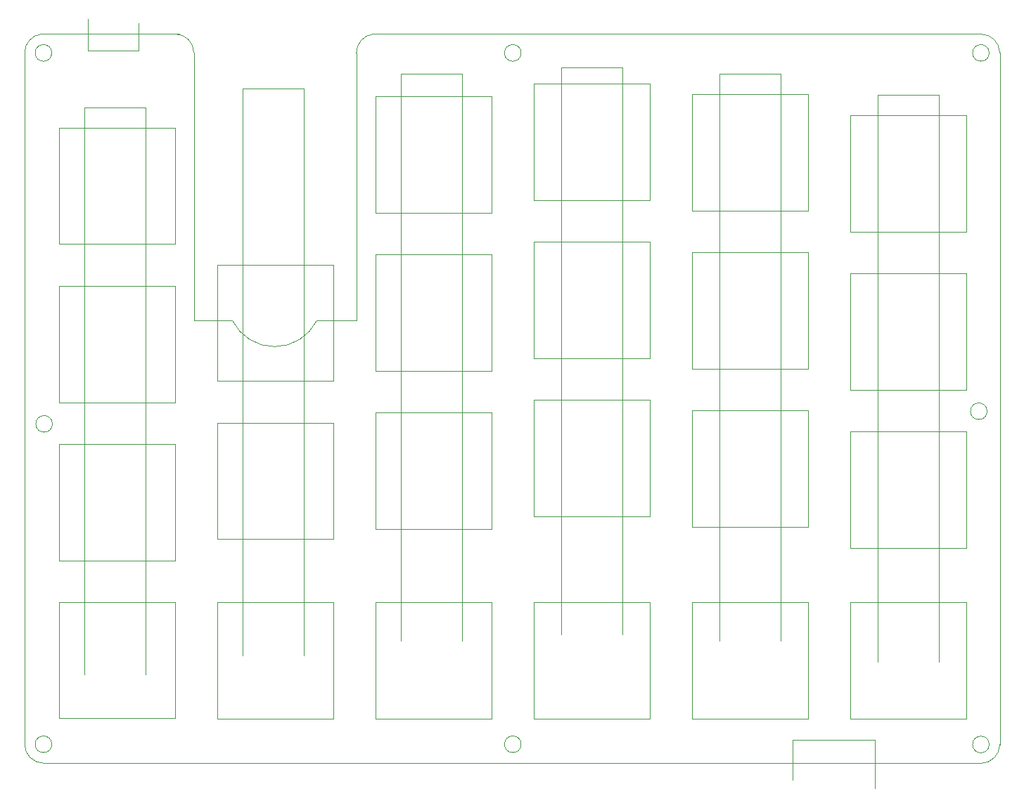
<source format=gbr>
%TF.GenerationSoftware,KiCad,Pcbnew,(5.1.8-0-10_14)*%
%TF.CreationDate,2021-01-26T12:58:30-06:00*%
%TF.ProjectId,halfboard-middle,68616c66-626f-4617-9264-2d6d6964646c,rev?*%
%TF.SameCoordinates,Original*%
%TF.FileFunction,Profile,NP*%
%FSLAX46Y46*%
G04 Gerber Fmt 4.6, Leading zero omitted, Abs format (unit mm)*
G04 Created by KiCad (PCBNEW (5.1.8-0-10_14)) date 2021-01-26 12:58:30*
%MOMM*%
%LPD*%
G01*
G04 APERTURE LIST*
%TA.AperFunction,Profile*%
%ADD10C,0.050000*%
%TD*%
G04 APERTURE END LIST*
D10*
X189230000Y-129794000D02*
X189230000Y-135636000D01*
X179324000Y-129794000D02*
X189230000Y-129794000D01*
X179324000Y-134620000D02*
X179324000Y-129794000D01*
X100584000Y-46736000D02*
X100584000Y-43434000D01*
X94488000Y-46736000D02*
X100584000Y-46736000D01*
X94488000Y-42926000D02*
X94488000Y-46736000D01*
X196926200Y-52070000D02*
X189560200Y-52070000D01*
X189560200Y-52070000D02*
X189560200Y-120396000D01*
X196926200Y-120396000D02*
X196926200Y-52070000D01*
X177876200Y-49530000D02*
X170510200Y-49530000D01*
X170510200Y-49530000D02*
X170510200Y-117856000D01*
X177876200Y-117856000D02*
X177876200Y-49530000D01*
X158826200Y-48768000D02*
X151460200Y-48768000D01*
X151460200Y-48768000D02*
X151460200Y-117094000D01*
X158826200Y-117094000D02*
X158826200Y-48768000D01*
X139522200Y-49530000D02*
X132156200Y-49530000D01*
X132156200Y-49530000D02*
X132156200Y-117856000D01*
X139522200Y-117856000D02*
X139522200Y-49530000D01*
X120472200Y-51308000D02*
X113106200Y-51308000D01*
X113106200Y-51308000D02*
X113106200Y-119634000D01*
X120472200Y-119634000D02*
X120472200Y-51308000D01*
X94056200Y-53594000D02*
X94056200Y-121920000D01*
X101422200Y-121920000D02*
X101422200Y-53594000D01*
X101422200Y-53594000D02*
X94056200Y-53594000D01*
X94056200Y-53594000D02*
X101422200Y-53594000D01*
X104950260Y-44718122D02*
X88900328Y-44704002D01*
X86854260Y-46990001D02*
G75*
G02*
X88900328Y-44704002I2300067J0D01*
G01*
X126796800Y-79248000D02*
X126796800Y-46993161D01*
X122034300Y-79248000D02*
X126796800Y-79248000D01*
X107238800Y-79248000D02*
X111874300Y-79248000D01*
X90126193Y-46990001D02*
G75*
G03*
X90126193Y-46990001I-1000000J0D01*
G01*
X104950260Y-44704000D02*
G75*
G02*
X107238054Y-46975878I15861J-2271878D01*
G01*
X107240594Y-46975878D02*
X107240594Y-79233878D01*
X122034300Y-79248000D02*
G75*
G02*
X111874300Y-79248000I-5080000J2540000D01*
G01*
X126794259Y-46993161D02*
G75*
G02*
X128826303Y-44718110I2286043J3161D01*
G01*
X146628226Y-46990000D02*
G75*
G03*
X146628226Y-46990000I-1000000J0D01*
G01*
X86856800Y-46990001D02*
X86856800Y-130300033D01*
X90128733Y-130300032D02*
G75*
G03*
X90128733Y-130300032I-1000000J0D01*
G01*
X202980800Y-46990000D02*
G75*
G03*
X202980800Y-46990000I-1000000J0D01*
G01*
X202980800Y-130324776D02*
G75*
G03*
X202980800Y-130324776I-1000000J0D01*
G01*
X90128733Y-46990001D02*
G75*
G03*
X90128733Y-46990001I-1000000J0D01*
G01*
X90204800Y-91694000D02*
G75*
G03*
X90204800Y-91694000I-1000000J0D01*
G01*
X146628226Y-130300032D02*
G75*
G03*
X146628226Y-130300032I-1000000J0D01*
G01*
X89144595Y-132571910D02*
G75*
G02*
X86856800Y-130300033I-15862J2271878D01*
G01*
X201968854Y-132596666D02*
G75*
G03*
X204254767Y-130324777I13980J2271890D01*
G01*
X201966820Y-44718110D02*
G75*
G02*
X204252733Y-46989999I13980J-2271890D01*
G01*
X86856800Y-46990001D02*
G75*
G02*
X88902868Y-44704002I2300067J0D01*
G01*
X204254767Y-130324777D02*
X204252733Y-46989999D01*
X89144595Y-132571910D02*
X201968854Y-132596666D01*
X105016300Y-56007000D02*
X105016300Y-69977000D01*
X90986300Y-69977000D02*
X90986300Y-56007000D01*
X105012800Y-113157000D02*
X105012800Y-127127000D01*
X90982800Y-94107000D02*
X105012800Y-94107000D01*
X90982800Y-108077000D02*
X90982800Y-94107000D01*
X105012800Y-75057000D02*
X105012800Y-89027000D01*
X90982800Y-75057000D02*
X105012800Y-75057000D01*
X90982800Y-89027000D02*
X90982800Y-75057000D01*
X129079969Y-66228070D02*
X129079969Y-52228070D01*
X143109969Y-66228070D02*
X129079969Y-66228070D01*
X143109969Y-52228070D02*
X143109969Y-66228070D01*
X129109969Y-52228070D02*
X143109969Y-52228070D01*
X110029969Y-127188070D02*
X110029969Y-113188070D01*
X124059969Y-127188070D02*
X110029969Y-127188070D01*
X124059969Y-113188070D02*
X124059969Y-127188070D01*
X110059969Y-113188070D02*
X124059969Y-113188070D01*
X129079969Y-127188070D02*
X129079969Y-113188070D01*
X143109969Y-127188070D02*
X129079969Y-127188070D01*
X143109969Y-113188070D02*
X143109969Y-127188070D01*
X129109969Y-113188070D02*
X143109969Y-113188070D01*
X204254767Y-130324777D02*
X204252733Y-46989999D01*
X148129969Y-83754070D02*
X148129969Y-69754070D01*
X162159969Y-83754070D02*
X148129969Y-83754070D01*
X162159969Y-69754070D02*
X162159969Y-83754070D01*
X148159969Y-69754070D02*
X162159969Y-69754070D01*
X167179969Y-85024070D02*
X167179969Y-71024070D01*
X181209969Y-85024070D02*
X167179969Y-85024070D01*
X181209969Y-71024070D02*
X181209969Y-85024070D01*
X167209969Y-71024070D02*
X181209969Y-71024070D01*
X186229969Y-87564070D02*
X186229969Y-73564070D01*
X200259969Y-87564070D02*
X186229969Y-87564070D01*
X200259969Y-73564070D02*
X200259969Y-87564070D01*
X186259969Y-73564070D02*
X200259969Y-73564070D01*
X186229969Y-68514070D02*
X186229969Y-54514070D01*
X167209969Y-90074070D02*
X181209969Y-90074070D01*
X148129969Y-102804070D02*
X148129969Y-88804070D01*
X162159969Y-102804070D02*
X148129969Y-102804070D01*
X162159969Y-88804070D02*
X162159969Y-102804070D01*
X148159969Y-88804070D02*
X162159969Y-88804070D01*
X200259969Y-68514070D02*
X186229969Y-68514070D01*
X200259969Y-54514070D02*
X200259969Y-68514070D01*
X186259969Y-54514070D02*
X200259969Y-54514070D01*
X167179969Y-65974070D02*
X167179969Y-51974070D01*
X181209969Y-65974070D02*
X167179969Y-65974070D01*
X181209969Y-51974070D02*
X181209969Y-65974070D01*
X167209969Y-51974070D02*
X181209969Y-51974070D01*
X148129969Y-64704070D02*
X148129969Y-50704070D01*
X162159969Y-64704070D02*
X148129969Y-64704070D01*
X162159969Y-50704070D02*
X162159969Y-64704070D01*
X148159969Y-50704070D02*
X162159969Y-50704070D01*
X90979969Y-89088070D02*
X90979969Y-75088070D01*
X105009969Y-89088070D02*
X90979969Y-89088070D01*
X105009969Y-75088070D02*
X105009969Y-89088070D01*
X90979969Y-108138070D02*
X90979969Y-94138070D01*
X105009969Y-108138070D02*
X90979969Y-108138070D01*
X105009969Y-94138070D02*
X105009969Y-108138070D01*
X90979969Y-127137270D02*
X90979969Y-113137270D01*
X105009969Y-127137270D02*
X90979969Y-127137270D01*
X105009969Y-113137270D02*
X105009969Y-127137270D01*
X90979969Y-113137270D02*
X105009969Y-113137270D01*
X90979969Y-69987270D02*
X90979969Y-55987270D01*
X105009969Y-69987270D02*
X90979969Y-69987270D01*
X105009969Y-55987270D02*
X105009969Y-69987270D01*
X90979969Y-55987270D02*
X105009969Y-55987270D01*
X201968854Y-132596666D02*
G75*
G03*
X204254767Y-130324777I13980J2271890D01*
G01*
X86856800Y-46990001D02*
G75*
G02*
X88902868Y-44704002I2300067J0D01*
G01*
X90128733Y-46990001D02*
G75*
G03*
X90128733Y-46990001I-1000000J0D01*
G01*
X202980800Y-130324776D02*
G75*
G03*
X202980800Y-130324776I-1000000J0D01*
G01*
X86856800Y-46990001D02*
X86856800Y-130300033D01*
X201966820Y-44718110D02*
G75*
G02*
X204252733Y-46989999I13980J-2271890D01*
G01*
X89144595Y-132571910D02*
G75*
G02*
X86856800Y-130300033I-15862J2271878D01*
G01*
X90128733Y-130300032D02*
G75*
G03*
X90128733Y-130300032I-1000000J0D01*
G01*
X202980800Y-46990000D02*
G75*
G03*
X202980800Y-46990000I-1000000J0D01*
G01*
X105459006Y-44718122D02*
X88902868Y-44704002D01*
X146628226Y-130300032D02*
G75*
G03*
X146628226Y-130300032I-1000000J0D01*
G01*
X90204800Y-91694000D02*
G75*
G03*
X90204800Y-91694000I-1000000J0D01*
G01*
X202726800Y-90170000D02*
G75*
G03*
X202726800Y-90170000I-1000000J0D01*
G01*
X148129969Y-127188070D02*
X148129969Y-113188070D01*
X162159969Y-127188070D02*
X148129969Y-127188070D01*
X162159969Y-113188070D02*
X162159969Y-127188070D01*
X148159969Y-113188070D02*
X162159969Y-113188070D01*
X167179969Y-127188070D02*
X167179969Y-113188070D01*
X181209969Y-127188070D02*
X167179969Y-127188070D01*
X181209969Y-113188070D02*
X181209969Y-127188070D01*
X167209969Y-113188070D02*
X181209969Y-113188070D01*
X186229969Y-127188070D02*
X186229969Y-113188070D01*
X200259969Y-127188070D02*
X186229969Y-127188070D01*
X200259969Y-113188070D02*
X200259969Y-127188070D01*
X186259969Y-113188070D02*
X200259969Y-113188070D01*
X186229969Y-106614070D02*
X186229969Y-92614070D01*
X200259969Y-106614070D02*
X186229969Y-106614070D01*
X200259969Y-92614070D02*
X200259969Y-106614070D01*
X186259969Y-92614070D02*
X200259969Y-92614070D01*
X167179969Y-104074070D02*
X167179969Y-90074070D01*
X181209969Y-104074070D02*
X167179969Y-104074070D01*
X181209969Y-90074070D02*
X181209969Y-104074070D01*
X110059969Y-91547270D02*
X124059969Y-91547270D01*
X110029969Y-86497270D02*
X110029969Y-72497270D01*
X124059969Y-86497270D02*
X110029969Y-86497270D01*
X124059969Y-72497270D02*
X124059969Y-86497270D01*
X110059969Y-72497270D02*
X124059969Y-72497270D01*
X129079969Y-85278070D02*
X129079969Y-71278070D01*
X143109969Y-85278070D02*
X129079969Y-85278070D01*
X143109969Y-71278070D02*
X143109969Y-85278070D01*
X129109969Y-71278070D02*
X143109969Y-71278070D01*
X201966820Y-44718110D02*
X128828843Y-44718110D01*
X89144595Y-132571910D02*
X201968854Y-132596666D01*
X129079969Y-104328070D02*
X129079969Y-90328070D01*
X143109969Y-104328070D02*
X129079969Y-104328070D01*
X143109969Y-90328070D02*
X143109969Y-104328070D01*
X129109969Y-90328070D02*
X143109969Y-90328070D01*
X110029969Y-105547270D02*
X110029969Y-91547270D01*
X124059969Y-105547270D02*
X110029969Y-105547270D01*
X124059969Y-91547270D02*
X124059969Y-105547270D01*
X146626800Y-46990000D02*
G75*
G03*
X146626800Y-46990000I-1000000J0D01*
G01*
M02*

</source>
